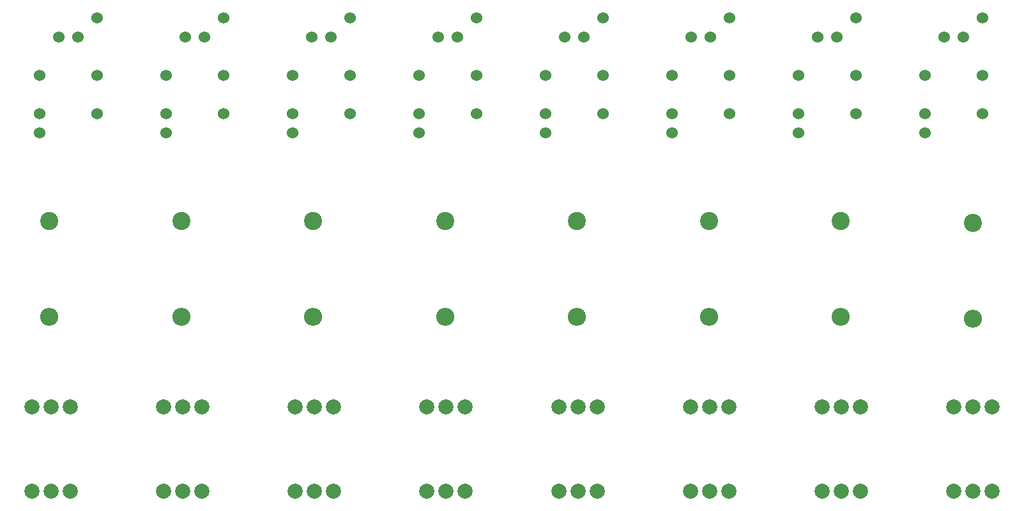
<source format=gbr>
%TF.GenerationSoftware,KiCad,Pcbnew,(5.1.9)-1*%
%TF.CreationDate,2021-04-13T13:52:40+02:00*%
%TF.ProjectId,Tasterplatine,54617374-6572-4706-9c61-74696e652e6b,rev?*%
%TF.SameCoordinates,Original*%
%TF.FileFunction,Soldermask,Top*%
%TF.FilePolarity,Negative*%
%FSLAX46Y46*%
G04 Gerber Fmt 4.6, Leading zero omitted, Abs format (unit mm)*
G04 Created by KiCad (PCBNEW (5.1.9)-1) date 2021-04-13 13:52:40*
%MOMM*%
%LPD*%
G01*
G04 APERTURE LIST*
%ADD10C,1.524000*%
%ADD11C,2.000000*%
%ADD12O,2.400000X2.400000*%
%ADD13C,2.400000*%
G04 APERTURE END LIST*
D10*
%TO.C,U8*%
X207772000Y-56388000D03*
X200152000Y-71628000D03*
X207772000Y-69088000D03*
X200152000Y-69088000D03*
X200152000Y-64008000D03*
X207772000Y-64008000D03*
X205232000Y-58928000D03*
X202692000Y-58928000D03*
%TD*%
%TO.C,U7*%
X191008000Y-56388000D03*
X183388000Y-71628000D03*
X191008000Y-69088000D03*
X183388000Y-69088000D03*
X183388000Y-64008000D03*
X191008000Y-64008000D03*
X188468000Y-58928000D03*
X185928000Y-58928000D03*
%TD*%
%TO.C,U6*%
X174244000Y-56388000D03*
X166624000Y-71628000D03*
X174244000Y-69088000D03*
X166624000Y-69088000D03*
X166624000Y-64008000D03*
X174244000Y-64008000D03*
X171704000Y-58928000D03*
X169164000Y-58928000D03*
%TD*%
%TO.C,U5*%
X157480000Y-56388000D03*
X149860000Y-71628000D03*
X157480000Y-69088000D03*
X149860000Y-69088000D03*
X149860000Y-64008000D03*
X157480000Y-64008000D03*
X154940000Y-58928000D03*
X152400000Y-58928000D03*
%TD*%
%TO.C,U4*%
X140716000Y-56388000D03*
X133096000Y-71628000D03*
X140716000Y-69088000D03*
X133096000Y-69088000D03*
X133096000Y-64008000D03*
X140716000Y-64008000D03*
X138176000Y-58928000D03*
X135636000Y-58928000D03*
%TD*%
%TO.C,U3*%
X123952000Y-56388000D03*
X116332000Y-71628000D03*
X123952000Y-69088000D03*
X116332000Y-69088000D03*
X116332000Y-64008000D03*
X123952000Y-64008000D03*
X121412000Y-58928000D03*
X118872000Y-58928000D03*
%TD*%
%TO.C,U2*%
X107188000Y-56388000D03*
X99568000Y-71628000D03*
X107188000Y-69088000D03*
X99568000Y-69088000D03*
X99568000Y-64008000D03*
X107188000Y-64008000D03*
X104648000Y-58928000D03*
X102108000Y-58928000D03*
%TD*%
%TO.C,U1*%
X90424000Y-56388000D03*
X82804000Y-71628000D03*
X90424000Y-69088000D03*
X82804000Y-69088000D03*
X82804000Y-64008000D03*
X90424000Y-64008000D03*
X87884000Y-58928000D03*
X85344000Y-58928000D03*
%TD*%
D11*
%TO.C,J1*%
X86868000Y-107950000D03*
X84328000Y-107950000D03*
X81788000Y-107950000D03*
%TD*%
%TO.C,J2*%
X86868000Y-119126000D03*
X84328000Y-119126000D03*
X81788000Y-119126000D03*
%TD*%
%TO.C,J3*%
X99241428Y-107950000D03*
X101781428Y-107950000D03*
X104321428Y-107950000D03*
%TD*%
%TO.C,J4*%
X99241428Y-119126000D03*
X101781428Y-119126000D03*
X104321428Y-119126000D03*
%TD*%
%TO.C,J5*%
X116694856Y-107950000D03*
X119234856Y-107950000D03*
X121774856Y-107950000D03*
%TD*%
%TO.C,J6*%
X121774856Y-119126000D03*
X119234856Y-119126000D03*
X116694856Y-119126000D03*
%TD*%
%TO.C,J7*%
X139228284Y-107950000D03*
X136688284Y-107950000D03*
X134148284Y-107950000D03*
%TD*%
%TO.C,J8*%
X134148284Y-119126000D03*
X136688284Y-119126000D03*
X139228284Y-119126000D03*
%TD*%
%TO.C,J9*%
X151601712Y-107950000D03*
X154141712Y-107950000D03*
X156681712Y-107950000D03*
%TD*%
%TO.C,J10*%
X156681712Y-119126000D03*
X154141712Y-119126000D03*
X151601712Y-119126000D03*
%TD*%
%TO.C,J11*%
X174135140Y-107950000D03*
X171595140Y-107950000D03*
X169055140Y-107950000D03*
%TD*%
%TO.C,J12*%
X169055140Y-119126000D03*
X171595140Y-119126000D03*
X174135140Y-119126000D03*
%TD*%
%TO.C,J13*%
X186508568Y-107950000D03*
X189048568Y-107950000D03*
X191588568Y-107950000D03*
%TD*%
%TO.C,J14*%
X191588568Y-119126000D03*
X189048568Y-119126000D03*
X186508568Y-119126000D03*
%TD*%
%TO.C,J15*%
X209042000Y-107950000D03*
X206502000Y-107950000D03*
X203962000Y-107950000D03*
%TD*%
%TO.C,J16*%
X203962000Y-119126000D03*
X206502000Y-119126000D03*
X209042000Y-119126000D03*
%TD*%
D12*
%TO.C,R1*%
X84074000Y-96012000D03*
D13*
X84074000Y-83312000D03*
%TD*%
D12*
%TO.C,R2*%
X101563714Y-96012000D03*
D13*
X101563714Y-83312000D03*
%TD*%
%TO.C,R3*%
X119053428Y-83312000D03*
D12*
X119053428Y-96012000D03*
%TD*%
D13*
%TO.C,R4*%
X136543142Y-83312000D03*
D12*
X136543142Y-96012000D03*
%TD*%
%TO.C,R5*%
X154032856Y-96012000D03*
D13*
X154032856Y-83312000D03*
%TD*%
D12*
%TO.C,R6*%
X171522570Y-96012000D03*
D13*
X171522570Y-83312000D03*
%TD*%
%TO.C,R7*%
X189012284Y-83312000D03*
D12*
X189012284Y-96012000D03*
%TD*%
D13*
%TO.C,R8*%
X206502000Y-83566000D03*
D12*
X206502000Y-96266000D03*
%TD*%
M02*

</source>
